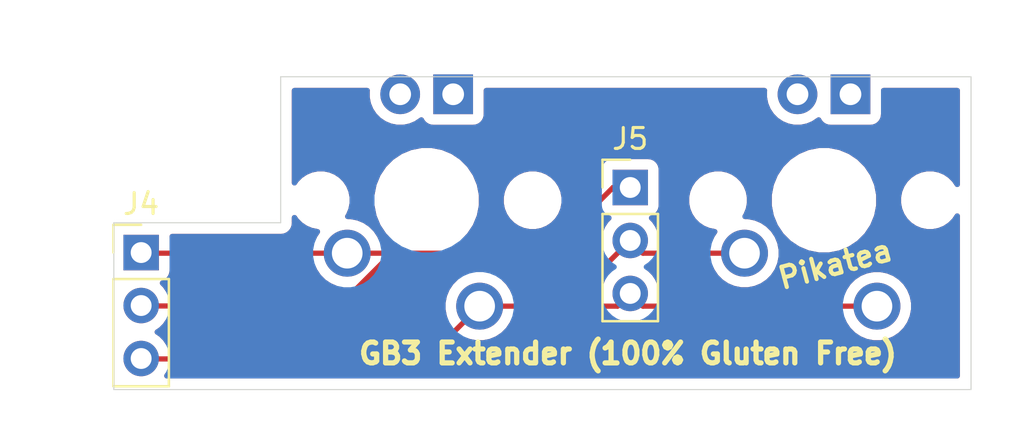
<source format=kicad_pcb>
(kicad_pcb (version 20171130) (host pcbnew "(5.1.6)-1")

  (general
    (thickness 1.6)
    (drawings 8)
    (tracks 17)
    (zones 0)
    (modules 4)
    (nets 7)
  )

  (page A4)
  (layers
    (0 F.Cu signal)
    (31 B.Cu signal)
    (32 B.Adhes user)
    (33 F.Adhes user)
    (34 B.Paste user)
    (35 F.Paste user)
    (36 B.SilkS user)
    (37 F.SilkS user)
    (38 B.Mask user)
    (39 F.Mask user)
    (40 Dwgs.User user)
    (41 Cmts.User user)
    (42 Eco1.User user)
    (43 Eco2.User user)
    (44 Edge.Cuts user)
    (45 Margin user)
    (46 B.CrtYd user)
    (47 F.CrtYd user)
    (48 B.Fab user)
    (49 F.Fab user)
  )

  (setup
    (last_trace_width 0.25)
    (trace_clearance 0.2)
    (zone_clearance 0.508)
    (zone_45_only no)
    (trace_min 0.2)
    (via_size 0.8)
    (via_drill 0.4)
    (via_min_size 0.4)
    (via_min_drill 0.3)
    (uvia_size 0.3)
    (uvia_drill 0.1)
    (uvias_allowed no)
    (uvia_min_size 0.2)
    (uvia_min_drill 0.1)
    (edge_width 0.05)
    (segment_width 0.2)
    (pcb_text_width 0.3)
    (pcb_text_size 1.5 1.5)
    (mod_edge_width 0.12)
    (mod_text_size 1 1)
    (mod_text_width 0.15)
    (pad_size 4 4)
    (pad_drill 4)
    (pad_to_mask_clearance 0.05)
    (aux_axis_origin 0 0)
    (visible_elements 7FFFFFFF)
    (pcbplotparams
      (layerselection 0x010fc_ffffffff)
      (usegerberextensions false)
      (usegerberattributes true)
      (usegerberadvancedattributes true)
      (creategerberjobfile true)
      (excludeedgelayer true)
      (linewidth 0.100000)
      (plotframeref false)
      (viasonmask false)
      (mode 1)
      (useauxorigin false)
      (hpglpennumber 1)
      (hpglpenspeed 20)
      (hpglpendiameter 15.000000)
      (psnegative false)
      (psa4output false)
      (plotreference true)
      (plotvalue true)
      (plotinvisibletext false)
      (padsonsilk false)
      (subtractmaskfromsilk false)
      (outputformat 1)
      (mirror false)
      (drillshape 0)
      (scaleselection 1)
      (outputdirectory "Gerbers"))
  )

  (net 0 "")
  (net 1 /A0)
  (net 2 /D6)
  (net 3 /D8)
  (net 4 "Net-(MX4-Pad3)")
  (net 5 "Net-(MX5-Pad3)")
  (net 6 "Net-(MX4-Pad4)")

  (net_class Default "This is the default net class."
    (clearance 0.2)
    (trace_width 0.25)
    (via_dia 0.8)
    (via_drill 0.4)
    (uvia_dia 0.3)
    (uvia_drill 0.1)
    (add_net /A0)
    (add_net /D6)
    (add_net /D8)
    (add_net "Net-(MX4-Pad3)")
    (add_net "Net-(MX4-Pad4)")
    (add_net "Net-(MX5-Pad3)")
  )

  (module Connector_PinHeader_2.54mm:PinHeader_1x03_P2.54mm_Vertical (layer F.Cu) (tedit 59FED5CC) (tstamp 613BAA24)
    (at 174.31 107.43)
    (descr "Through hole straight pin header, 1x03, 2.54mm pitch, single row")
    (tags "Through hole pin header THT 1x03 2.54mm single row")
    (path /601A4B28)
    (fp_text reference J4 (at 0 -2.33) (layer F.SilkS)
      (effects (font (size 1 1) (thickness 0.15)))
    )
    (fp_text value Conn_01x03_Male (at 0 7.41) (layer F.Fab)
      (effects (font (size 1 1) (thickness 0.15)))
    )
    (fp_text user %R (at 0 2.54 90) (layer F.Fab)
      (effects (font (size 1 1) (thickness 0.15)))
    )
    (fp_line (start -0.635 -1.27) (end 1.27 -1.27) (layer F.Fab) (width 0.1))
    (fp_line (start 1.27 -1.27) (end 1.27 6.35) (layer F.Fab) (width 0.1))
    (fp_line (start 1.27 6.35) (end -1.27 6.35) (layer F.Fab) (width 0.1))
    (fp_line (start -1.27 6.35) (end -1.27 -0.635) (layer F.Fab) (width 0.1))
    (fp_line (start -1.27 -0.635) (end -0.635 -1.27) (layer F.Fab) (width 0.1))
    (fp_line (start -1.33 6.41) (end 1.33 6.41) (layer F.SilkS) (width 0.12))
    (fp_line (start -1.33 1.27) (end -1.33 6.41) (layer F.SilkS) (width 0.12))
    (fp_line (start 1.33 1.27) (end 1.33 6.41) (layer F.SilkS) (width 0.12))
    (fp_line (start -1.33 1.27) (end 1.33 1.27) (layer F.SilkS) (width 0.12))
    (fp_line (start -1.33 0) (end -1.33 -1.33) (layer F.SilkS) (width 0.12))
    (fp_line (start -1.33 -1.33) (end 0 -1.33) (layer F.SilkS) (width 0.12))
    (fp_line (start -1.8 -1.8) (end -1.8 6.85) (layer F.CrtYd) (width 0.05))
    (fp_line (start -1.8 6.85) (end 1.8 6.85) (layer F.CrtYd) (width 0.05))
    (fp_line (start 1.8 6.85) (end 1.8 -1.8) (layer F.CrtYd) (width 0.05))
    (fp_line (start 1.8 -1.8) (end -1.8 -1.8) (layer F.CrtYd) (width 0.05))
    (pad 3 thru_hole oval (at 0 5.08) (size 1.7 1.7) (drill 1) (layers *.Cu *.Mask)
      (net 1 /A0))
    (pad 2 thru_hole oval (at 0 2.54) (size 1.7 1.7) (drill 1) (layers *.Cu *.Mask)
      (net 2 /D6))
    (pad 1 thru_hole rect (at 0 0) (size 1.7 1.7) (drill 1) (layers *.Cu *.Mask)
      (net 3 /D8))
    (model ${KISYS3DMOD}/Connector_PinHeader_2.54mm.3dshapes/PinHeader_1x03_P2.54mm_Vertical.wrl
      (at (xyz 0 0 0))
      (scale (xyz 1 1 1))
      (rotate (xyz 0 0 0))
    )
  )

  (module MX_Only:MXOnly-1U locked (layer B.Cu) (tedit 5AC9901D) (tstamp 605AF270)
    (at 207.05 104.92)
    (path /605EA87D)
    (fp_text reference MX5 (at 0 -3.175) (layer Dwgs.User)
      (effects (font (size 1 1) (thickness 0.15)))
    )
    (fp_text value MX-LED (at 0 7.9375) (layer Dwgs.User)
      (effects (font (size 1 1) (thickness 0.15)))
    )
    (fp_line (start -9.525 -9.525) (end -9.525 9.525) (layer Dwgs.User) (width 0.15))
    (fp_line (start 9.525 -9.525) (end -9.525 -9.525) (layer Dwgs.User) (width 0.15))
    (fp_line (start 9.525 9.525) (end 9.525 -9.525) (layer Dwgs.User) (width 0.15))
    (fp_line (start -9.525 9.525) (end 9.525 9.525) (layer Dwgs.User) (width 0.15))
    (fp_line (start -7 7) (end -7 5) (layer Dwgs.User) (width 0.15))
    (fp_line (start -5 7) (end -7 7) (layer Dwgs.User) (width 0.15))
    (fp_line (start -7 -7) (end -5 -7) (layer Dwgs.User) (width 0.15))
    (fp_line (start -7 -5) (end -7 -7) (layer Dwgs.User) (width 0.15))
    (fp_line (start 7 -7) (end 7 -5) (layer Dwgs.User) (width 0.15))
    (fp_line (start 5 -7) (end 7 -7) (layer Dwgs.User) (width 0.15))
    (fp_line (start 7 7) (end 7 5) (layer Dwgs.User) (width 0.15))
    (fp_line (start 5 7) (end 7 7) (layer Dwgs.User) (width 0.15))
    (pad "" np_thru_hole circle (at 5.08 0 311.9004) (size 1.75 1.75) (drill 1.75) (layers *.Cu *.Mask))
    (pad "" np_thru_hole circle (at -5.08 0 311.9004) (size 1.75 1.75) (drill 1.75) (layers *.Cu *.Mask))
    (pad 4 thru_hole rect (at 1.27 -5.08) (size 1.905 1.905) (drill 1.04) (layers *.Cu F.Mask)
      (net 6 "Net-(MX4-Pad4)"))
    (pad 3 thru_hole circle (at -1.27 -5.08) (size 1.905 1.905) (drill 1.04) (layers *.Cu F.Mask)
      (net 5 "Net-(MX5-Pad3)"))
    (pad 1 thru_hole circle (at -3.81 2.54) (size 2.25 2.25) (drill 1.47) (layers *.Cu F.Mask)
      (net 2 /D6))
    (pad "" np_thru_hole circle (at 0 0) (size 3.9878 3.9878) (drill 3.9878) (layers *.Cu *.Mask))
    (pad 2 thru_hole circle (at 2.54 5.08) (size 2.25 2.25) (drill 1.47) (layers *.Cu F.Mask)
      (net 1 /A0))
  )

  (module MX_Only:MXOnly-1U locked (layer B.Cu) (tedit 5AC9901D) (tstamp 605AF259)
    (at 188 104.92)
    (path /605EA2A5)
    (fp_text reference MX4 (at 0 -3.175) (layer Dwgs.User)
      (effects (font (size 1 1) (thickness 0.15)))
    )
    (fp_text value MX-LED (at 0 7.9375) (layer Dwgs.User)
      (effects (font (size 1 1) (thickness 0.15)))
    )
    (fp_line (start -9.525 -9.525) (end -9.525 9.525) (layer Dwgs.User) (width 0.15))
    (fp_line (start 9.525 -9.525) (end -9.525 -9.525) (layer Dwgs.User) (width 0.15))
    (fp_line (start 9.525 9.525) (end 9.525 -9.525) (layer Dwgs.User) (width 0.15))
    (fp_line (start -9.525 9.525) (end 9.525 9.525) (layer Dwgs.User) (width 0.15))
    (fp_line (start -7 7) (end -7 5) (layer Dwgs.User) (width 0.15))
    (fp_line (start -5 7) (end -7 7) (layer Dwgs.User) (width 0.15))
    (fp_line (start -7 -7) (end -5 -7) (layer Dwgs.User) (width 0.15))
    (fp_line (start -7 -5) (end -7 -7) (layer Dwgs.User) (width 0.15))
    (fp_line (start 7 -7) (end 7 -5) (layer Dwgs.User) (width 0.15))
    (fp_line (start 5 -7) (end 7 -7) (layer Dwgs.User) (width 0.15))
    (fp_line (start 7 7) (end 7 5) (layer Dwgs.User) (width 0.15))
    (fp_line (start 5 7) (end 7 7) (layer Dwgs.User) (width 0.15))
    (pad "" np_thru_hole circle (at 5.08 0 311.9004) (size 1.75 1.75) (drill 1.75) (layers *.Cu *.Mask))
    (pad "" np_thru_hole circle (at -5.08 0 311.9004) (size 1.75 1.75) (drill 1.75) (layers *.Cu *.Mask))
    (pad 4 thru_hole rect (at 1.27 -5.08) (size 1.905 1.905) (drill 1.04) (layers *.Cu F.Mask)
      (net 6 "Net-(MX4-Pad4)"))
    (pad 3 thru_hole circle (at -1.27 -5.08) (size 1.905 1.905) (drill 1.04) (layers *.Cu F.Mask)
      (net 4 "Net-(MX4-Pad3)"))
    (pad 1 thru_hole circle (at -3.81 2.54) (size 2.25 2.25) (drill 1.47) (layers *.Cu F.Mask)
      (net 3 /D8))
    (pad "" np_thru_hole circle (at 0 0) (size 3.9878 3.9878) (drill 3.9878) (layers *.Cu *.Mask))
    (pad 2 thru_hole circle (at 2.54 5.08) (size 2.25 2.25) (drill 1.47) (layers *.Cu F.Mask)
      (net 1 /A0))
  )

  (module Connector_PinHeader_2.54mm:PinHeader_1x03_P2.54mm_Vertical (layer F.Cu) (tedit 59FED5CC) (tstamp 600A856D)
    (at 197.76 104.31)
    (descr "Through hole straight pin header, 1x03, 2.54mm pitch, single row")
    (tags "Through hole pin header THT 1x03 2.54mm single row")
    (path /601F09E4)
    (fp_text reference J5 (at 0 -2.33) (layer F.SilkS)
      (effects (font (size 1 1) (thickness 0.15)))
    )
    (fp_text value Conn_01x03_Male (at 0 7.41) (layer F.Fab)
      (effects (font (size 1 1) (thickness 0.15)))
    )
    (fp_line (start -0.635 -1.27) (end 1.27 -1.27) (layer F.Fab) (width 0.1))
    (fp_line (start 1.27 -1.27) (end 1.27 6.35) (layer F.Fab) (width 0.1))
    (fp_line (start 1.27 6.35) (end -1.27 6.35) (layer F.Fab) (width 0.1))
    (fp_line (start -1.27 6.35) (end -1.27 -0.635) (layer F.Fab) (width 0.1))
    (fp_line (start -1.27 -0.635) (end -0.635 -1.27) (layer F.Fab) (width 0.1))
    (fp_line (start -1.33 6.41) (end 1.33 6.41) (layer F.SilkS) (width 0.12))
    (fp_line (start -1.33 1.27) (end -1.33 6.41) (layer F.SilkS) (width 0.12))
    (fp_line (start 1.33 1.27) (end 1.33 6.41) (layer F.SilkS) (width 0.12))
    (fp_line (start -1.33 1.27) (end 1.33 1.27) (layer F.SilkS) (width 0.12))
    (fp_line (start -1.33 0) (end -1.33 -1.33) (layer F.SilkS) (width 0.12))
    (fp_line (start -1.33 -1.33) (end 0 -1.33) (layer F.SilkS) (width 0.12))
    (fp_line (start -1.8 -1.8) (end -1.8 6.85) (layer F.CrtYd) (width 0.05))
    (fp_line (start -1.8 6.85) (end 1.8 6.85) (layer F.CrtYd) (width 0.05))
    (fp_line (start 1.8 6.85) (end 1.8 -1.8) (layer F.CrtYd) (width 0.05))
    (fp_line (start 1.8 -1.8) (end -1.8 -1.8) (layer F.CrtYd) (width 0.05))
    (fp_text user %R (at 0 2.54 90) (layer F.Fab)
      (effects (font (size 1 1) (thickness 0.15)))
    )
    (pad 3 thru_hole oval (at 0 5.08) (size 1.7 1.7) (drill 1) (layers *.Cu *.Mask)
      (net 1 /A0))
    (pad 2 thru_hole oval (at 0 2.54) (size 1.7 1.7) (drill 1) (layers *.Cu *.Mask)
      (net 2 /D6))
    (pad 1 thru_hole rect (at 0 0) (size 1.7 1.7) (drill 1) (layers *.Cu *.Mask)
      (net 3 /D8))
    (model ${KISYS3DMOD}/Connector_PinHeader_2.54mm.3dshapes/PinHeader_1x03_P2.54mm_Vertical.wrl
      (at (xyz 0 0 0))
      (scale (xyz 1 1 1))
      (rotate (xyz 0 0 0))
    )
  )

  (gr_line (start 181 106) (end 173 106) (layer Edge.Cuts) (width 0.05) (tstamp 613B9C57))
  (gr_line (start 173 114) (end 173 106) (layer Edge.Cuts) (width 0.05))
  (gr_text Pikatea (at 207.59 107.99 15) (layer F.SilkS)
    (effects (font (size 1 1) (thickness 0.2)))
  )
  (gr_text "GB3 Extender (100% Gluten Free)" (at 197.65 112.27) (layer F.SilkS)
    (effects (font (size 1 1) (thickness 0.25)))
  )
  (gr_line (start 181 99) (end 181 106) (layer Edge.Cuts) (width 0.05))
  (gr_line (start 181 99) (end 214.1 99) (layer Edge.Cuts) (width 0.05))
  (gr_line (start 214.1 114) (end 173 114) (layer Edge.Cuts) (width 0.05) (tstamp 600A176B))
  (gr_line (start 214.1 114) (end 214.1 99) (layer Edge.Cuts) (width 0.05))

  (segment (start 198.37 110) (end 197.76 109.39) (width 0.25) (layer F.Cu) (net 1) (status 20))
  (segment (start 209.59 110) (end 198.37 110) (width 0.25) (layer F.Cu) (net 1) (status 10))
  (segment (start 197.15 110) (end 197.76 109.39) (width 0.25) (layer F.Cu) (net 1) (status 20))
  (segment (start 190.54 110) (end 197.15 110) (width 0.25) (layer F.Cu) (net 1) (status 10))
  (segment (start 188.01 112.53) (end 174.49 112.53) (width 0.25) (layer F.Cu) (net 1))
  (segment (start 190.54 110) (end 188.01 112.53) (width 0.25) (layer F.Cu) (net 1))
  (segment (start 198.37 107.46) (end 197.76 106.85) (width 0.25) (layer F.Cu) (net 2) (status 20))
  (segment (start 203.24 107.46) (end 198.37 107.46) (width 0.25) (layer F.Cu) (net 2) (status 10))
  (segment (start 197.76 106.85) (end 196.69999 107.91001) (width 0.25) (layer F.Cu) (net 2))
  (segment (start 183.806002 109.99) (end 174.49 109.99) (width 0.25) (layer F.Cu) (net 2))
  (segment (start 185.885992 107.91001) (end 183.806002 109.99) (width 0.25) (layer F.Cu) (net 2))
  (segment (start 196.69999 107.91001) (end 185.885992 107.91001) (width 0.25) (layer F.Cu) (net 2))
  (segment (start 184.19 107.46) (end 193.784 107.46) (width 0.25) (layer F.Cu) (net 3) (status 10))
  (segment (start 196.934 104.31) (end 197.76 104.31) (width 0.25) (layer F.Cu) (net 3) (status 30))
  (segment (start 193.784 107.46) (end 196.934 104.31) (width 0.25) (layer F.Cu) (net 3) (status 20))
  (segment (start 174.5 107.46) (end 174.49 107.45) (width 0.25) (layer F.Cu) (net 3))
  (segment (start 184.19 107.46) (end 174.5 107.46) (width 0.25) (layer F.Cu) (net 3))

  (zone (net 0) (net_name "") (layer F.Cu) (tstamp 0) (hatch edge 0.508)
    (connect_pads (clearance 0.508))
    (min_thickness 0.254)
    (fill yes (arc_segments 32) (thermal_gap 0.508) (thermal_bridge_width 0.508))
    (polygon
      (pts
        (xy 214.82 115.46) (xy 169.985 116.19) (xy 170.055 97.61) (xy 215.48 97.17)
      )
    )
    (filled_polygon
      (pts
        (xy 185.1425 99.683645) (xy 185.1425 99.996355) (xy 185.203507 100.303057) (xy 185.323176 100.591963) (xy 185.496908 100.851972)
        (xy 185.718028 101.073092) (xy 185.978037 101.246824) (xy 186.266943 101.366493) (xy 186.573645 101.4275) (xy 186.886355 101.4275)
        (xy 187.193057 101.366493) (xy 187.481963 101.246824) (xy 187.741972 101.073092) (xy 187.745549 101.069515) (xy 187.786963 101.146994)
        (xy 187.866315 101.243685) (xy 187.963006 101.323037) (xy 188.07332 101.382002) (xy 188.193018 101.418312) (xy 188.3175 101.430572)
        (xy 190.2225 101.430572) (xy 190.346982 101.418312) (xy 190.46668 101.382002) (xy 190.576994 101.323037) (xy 190.673685 101.243685)
        (xy 190.753037 101.146994) (xy 190.812002 101.03668) (xy 190.848312 100.916982) (xy 190.860572 100.7925) (xy 190.860572 99.66)
        (xy 204.197203 99.66) (xy 204.1925 99.683645) (xy 204.1925 99.996355) (xy 204.253507 100.303057) (xy 204.373176 100.591963)
        (xy 204.546908 100.851972) (xy 204.768028 101.073092) (xy 205.028037 101.246824) (xy 205.316943 101.366493) (xy 205.623645 101.4275)
        (xy 205.936355 101.4275) (xy 206.243057 101.366493) (xy 206.531963 101.246824) (xy 206.791972 101.073092) (xy 206.795549 101.069515)
        (xy 206.836963 101.146994) (xy 206.916315 101.243685) (xy 207.013006 101.323037) (xy 207.12332 101.382002) (xy 207.243018 101.418312)
        (xy 207.3675 101.430572) (xy 209.2725 101.430572) (xy 209.396982 101.418312) (xy 209.51668 101.382002) (xy 209.626994 101.323037)
        (xy 209.723685 101.243685) (xy 209.803037 101.146994) (xy 209.862002 101.03668) (xy 209.898312 100.916982) (xy 209.910572 100.7925)
        (xy 209.910572 99.66) (xy 213.440001 99.66) (xy 213.440001 104.162627) (xy 213.302893 103.957431) (xy 213.092569 103.747107)
        (xy 212.845253 103.581856) (xy 212.570451 103.468029) (xy 212.278722 103.41) (xy 211.981278 103.41) (xy 211.689549 103.468029)
        (xy 211.414747 103.581856) (xy 211.167431 103.747107) (xy 210.957107 103.957431) (xy 210.791856 104.204747) (xy 210.678029 104.479549)
        (xy 210.62 104.771278) (xy 210.62 105.068722) (xy 210.678029 105.360451) (xy 210.791856 105.635253) (xy 210.957107 105.882569)
        (xy 211.167431 106.092893) (xy 211.414747 106.258144) (xy 211.689549 106.371971) (xy 211.981278 106.43) (xy 212.278722 106.43)
        (xy 212.570451 106.371971) (xy 212.845253 106.258144) (xy 213.092569 106.092893) (xy 213.302893 105.882569) (xy 213.440001 105.677373)
        (xy 213.44 113.34) (xy 175.541406 113.34) (xy 175.574815 113.29) (xy 187.972678 113.29) (xy 188.01 113.293676)
        (xy 188.047322 113.29) (xy 188.047333 113.29) (xy 188.158986 113.279003) (xy 188.302247 113.235546) (xy 188.434276 113.164974)
        (xy 188.550001 113.070001) (xy 188.573804 113.040997) (xy 189.952954 111.661848) (xy 190.026627 111.692364) (xy 190.366655 111.76)
        (xy 190.713345 111.76) (xy 191.053373 111.692364) (xy 191.373673 111.559692) (xy 191.661935 111.367081) (xy 191.907081 111.121935)
        (xy 192.099692 110.833673) (xy 192.130208 110.76) (xy 197.112678 110.76) (xy 197.15 110.763676) (xy 197.187047 110.760027)
        (xy 197.326842 110.817932) (xy 197.61374 110.875) (xy 197.90626 110.875) (xy 198.193158 110.817932) (xy 198.332953 110.760027)
        (xy 198.369999 110.763676) (xy 198.407322 110.76) (xy 207.999792 110.76) (xy 208.030308 110.833673) (xy 208.222919 111.121935)
        (xy 208.468065 111.367081) (xy 208.756327 111.559692) (xy 209.076627 111.692364) (xy 209.416655 111.76) (xy 209.763345 111.76)
        (xy 210.103373 111.692364) (xy 210.423673 111.559692) (xy 210.711935 111.367081) (xy 210.957081 111.121935) (xy 211.149692 110.833673)
        (xy 211.282364 110.513373) (xy 211.35 110.173345) (xy 211.35 109.826655) (xy 211.282364 109.486627) (xy 211.149692 109.166327)
        (xy 210.957081 108.878065) (xy 210.711935 108.632919) (xy 210.423673 108.440308) (xy 210.103373 108.307636) (xy 209.763345 108.24)
        (xy 209.416655 108.24) (xy 209.076627 108.307636) (xy 208.756327 108.440308) (xy 208.468065 108.632919) (xy 208.222919 108.878065)
        (xy 208.030308 109.166327) (xy 207.999792 109.24) (xy 199.244256 109.24) (xy 199.187932 108.956842) (xy 199.07599 108.686589)
        (xy 198.913475 108.443368) (xy 198.706632 108.236525) (xy 198.681901 108.22) (xy 201.649792 108.22) (xy 201.680308 108.293673)
        (xy 201.872919 108.581935) (xy 202.118065 108.827081) (xy 202.406327 109.019692) (xy 202.726627 109.152364) (xy 203.066655 109.22)
        (xy 203.413345 109.22) (xy 203.753373 109.152364) (xy 204.073673 109.019692) (xy 204.361935 108.827081) (xy 204.607081 108.581935)
        (xy 204.799692 108.293673) (xy 204.932364 107.973373) (xy 205 107.633345) (xy 205 107.286655) (xy 204.932364 106.946627)
        (xy 204.799692 106.626327) (xy 204.607081 106.338065) (xy 204.361935 106.092919) (xy 204.073673 105.900308) (xy 203.753373 105.767636)
        (xy 203.413345 105.7) (xy 203.264882 105.7) (xy 203.308144 105.635253) (xy 203.421971 105.360451) (xy 203.48 105.068722)
        (xy 203.48 104.771278) (xy 203.45808 104.661076) (xy 204.4211 104.661076) (xy 204.4211 105.178924) (xy 204.522127 105.686822)
        (xy 204.720299 106.165251) (xy 205.008 106.595826) (xy 205.374174 106.962) (xy 205.804749 107.249701) (xy 206.283178 107.447873)
        (xy 206.791076 107.5489) (xy 207.308924 107.5489) (xy 207.816822 107.447873) (xy 208.295251 107.249701) (xy 208.725826 106.962)
        (xy 209.092 106.595826) (xy 209.379701 106.165251) (xy 209.577873 105.686822) (xy 209.6789 105.178924) (xy 209.6789 104.661076)
        (xy 209.577873 104.153178) (xy 209.379701 103.674749) (xy 209.092 103.244174) (xy 208.725826 102.878) (xy 208.295251 102.590299)
        (xy 207.816822 102.392127) (xy 207.308924 102.2911) (xy 206.791076 102.2911) (xy 206.283178 102.392127) (xy 205.804749 102.590299)
        (xy 205.374174 102.878) (xy 205.008 103.244174) (xy 204.720299 103.674749) (xy 204.522127 104.153178) (xy 204.4211 104.661076)
        (xy 203.45808 104.661076) (xy 203.421971 104.479549) (xy 203.308144 104.204747) (xy 203.142893 103.957431) (xy 202.932569 103.747107)
        (xy 202.685253 103.581856) (xy 202.410451 103.468029) (xy 202.118722 103.41) (xy 201.821278 103.41) (xy 201.529549 103.468029)
        (xy 201.254747 103.581856) (xy 201.007431 103.747107) (xy 200.797107 103.957431) (xy 200.631856 104.204747) (xy 200.518029 104.479549)
        (xy 200.46 104.771278) (xy 200.46 105.068722) (xy 200.518029 105.360451) (xy 200.631856 105.635253) (xy 200.797107 105.882569)
        (xy 201.007431 106.092893) (xy 201.254747 106.258144) (xy 201.529549 106.371971) (xy 201.812638 106.428281) (xy 201.680308 106.626327)
        (xy 201.649792 106.7) (xy 199.244256 106.7) (xy 199.187932 106.416842) (xy 199.07599 106.146589) (xy 198.913475 105.903368)
        (xy 198.78162 105.771513) (xy 198.85418 105.749502) (xy 198.964494 105.690537) (xy 199.061185 105.611185) (xy 199.140537 105.514494)
        (xy 199.199502 105.40418) (xy 199.235812 105.284482) (xy 199.248072 105.16) (xy 199.248072 103.46) (xy 199.235812 103.335518)
        (xy 199.199502 103.21582) (xy 199.140537 103.105506) (xy 199.061185 103.008815) (xy 198.964494 102.929463) (xy 198.85418 102.870498)
        (xy 198.734482 102.834188) (xy 198.61 102.821928) (xy 196.91 102.821928) (xy 196.785518 102.834188) (xy 196.66582 102.870498)
        (xy 196.555506 102.929463) (xy 196.458815 103.008815) (xy 196.379463 103.105506) (xy 196.320498 103.21582) (xy 196.284188 103.335518)
        (xy 196.271928 103.46) (xy 196.271928 103.89727) (xy 193.469199 106.7) (xy 189.937826 106.7) (xy 190.042 106.595826)
        (xy 190.329701 106.165251) (xy 190.527873 105.686822) (xy 190.6289 105.178924) (xy 190.6289 104.771278) (xy 191.57 104.771278)
        (xy 191.57 105.068722) (xy 191.628029 105.360451) (xy 191.741856 105.635253) (xy 191.907107 105.882569) (xy 192.117431 106.092893)
        (xy 192.364747 106.258144) (xy 192.639549 106.371971) (xy 192.931278 106.43) (xy 193.228722 106.43) (xy 193.520451 106.371971)
        (xy 193.795253 106.258144) (xy 194.042569 106.092893) (xy 194.252893 105.882569) (xy 194.418144 105.635253) (xy 194.531971 105.360451)
        (xy 194.59 105.068722) (xy 194.59 104.771278) (xy 194.531971 104.479549) (xy 194.418144 104.204747) (xy 194.252893 103.957431)
        (xy 194.042569 103.747107) (xy 193.795253 103.581856) (xy 193.520451 103.468029) (xy 193.228722 103.41) (xy 192.931278 103.41)
        (xy 192.639549 103.468029) (xy 192.364747 103.581856) (xy 192.117431 103.747107) (xy 191.907107 103.957431) (xy 191.741856 104.204747)
        (xy 191.628029 104.479549) (xy 191.57 104.771278) (xy 190.6289 104.771278) (xy 190.6289 104.661076) (xy 190.527873 104.153178)
        (xy 190.329701 103.674749) (xy 190.042 103.244174) (xy 189.675826 102.878) (xy 189.245251 102.590299) (xy 188.766822 102.392127)
        (xy 188.258924 102.2911) (xy 187.741076 102.2911) (xy 187.233178 102.392127) (xy 186.754749 102.590299) (xy 186.324174 102.878)
        (xy 185.958 103.244174) (xy 185.670299 103.674749) (xy 185.472127 104.153178) (xy 185.3711 104.661076) (xy 185.3711 105.178924)
        (xy 185.472127 105.686822) (xy 185.670299 106.165251) (xy 185.958 106.595826) (xy 186.062174 106.7) (xy 185.780208 106.7)
        (xy 185.749692 106.626327) (xy 185.557081 106.338065) (xy 185.311935 106.092919) (xy 185.023673 105.900308) (xy 184.703373 105.767636)
        (xy 184.363345 105.7) (xy 184.214882 105.7) (xy 184.258144 105.635253) (xy 184.371971 105.360451) (xy 184.43 105.068722)
        (xy 184.43 104.771278) (xy 184.371971 104.479549) (xy 184.258144 104.204747) (xy 184.092893 103.957431) (xy 183.882569 103.747107)
        (xy 183.635253 103.581856) (xy 183.360451 103.468029) (xy 183.068722 103.41) (xy 182.771278 103.41) (xy 182.479549 103.468029)
        (xy 182.204747 103.581856) (xy 181.957431 103.747107) (xy 181.747107 103.957431) (xy 181.66 104.087796) (xy 181.66 99.66)
        (xy 185.147203 99.66)
      )
    )
    (filled_polygon
      (pts
        (xy 189.172919 108.878065) (xy 188.980308 109.166327) (xy 188.847636 109.486627) (xy 188.78 109.826655) (xy 188.78 110.173345)
        (xy 188.847636 110.513373) (xy 188.878152 110.587046) (xy 187.695199 111.77) (xy 175.601542 111.77) (xy 175.463475 111.563368)
        (xy 175.256632 111.356525) (xy 175.08224 111.24) (xy 175.256632 111.123475) (xy 175.463475 110.916632) (xy 175.574815 110.75)
        (xy 183.76868 110.75) (xy 183.806002 110.753676) (xy 183.843324 110.75) (xy 183.843335 110.75) (xy 183.954988 110.739003)
        (xy 184.098249 110.695546) (xy 184.230278 110.624974) (xy 184.346003 110.530001) (xy 184.369806 110.500997) (xy 186.200794 108.67001)
        (xy 189.380974 108.67001)
      )
    )
    (filled_polygon
      (pts
        (xy 196.44401 108.686589) (xy 196.332068 108.956842) (xy 196.275744 109.24) (xy 192.130208 109.24) (xy 192.099692 109.166327)
        (xy 191.907081 108.878065) (xy 191.699026 108.67001) (xy 196.455088 108.67001)
      )
    )
    (filled_polygon
      (pts
        (xy 182.630308 108.293673) (xy 182.822919 108.581935) (xy 183.068065 108.827081) (xy 183.356327 109.019692) (xy 183.600408 109.120793)
        (xy 183.491201 109.23) (xy 175.601542 109.23) (xy 175.463475 109.023368) (xy 175.33162 108.891513) (xy 175.40418 108.869502)
        (xy 175.514494 108.810537) (xy 175.611185 108.731185) (xy 175.690537 108.634494) (xy 175.749502 108.52418) (xy 175.785812 108.404482)
        (xy 175.798072 108.28) (xy 175.798072 108.22) (xy 182.599792 108.22)
      )
    )
    (filled_polygon
      (pts
        (xy 196.66582 105.749502) (xy 196.73838 105.771513) (xy 196.606525 105.903368) (xy 196.44401 106.146589) (xy 196.332068 106.416842)
        (xy 196.275 106.70374) (xy 196.275 106.99626) (xy 196.305583 107.15001) (xy 195.168791 107.15001) (xy 196.602921 105.715881)
      )
    )
    (filled_polygon
      (pts
        (xy 181.747107 105.882569) (xy 181.957431 106.092893) (xy 182.204747 106.258144) (xy 182.479549 106.371971) (xy 182.762638 106.428281)
        (xy 182.630308 106.626327) (xy 182.599792 106.7) (xy 175.798072 106.7) (xy 175.798072 106.66) (xy 180.967581 106.66)
        (xy 181 106.663193) (xy 181.032419 106.66) (xy 181.129383 106.65045) (xy 181.253793 106.61271) (xy 181.36845 106.551425)
        (xy 181.468948 106.468948) (xy 181.551425 106.36845) (xy 181.61271 106.253793) (xy 181.65045 106.129383) (xy 181.663193 106)
        (xy 181.66 105.967581) (xy 181.66 105.752204)
      )
    )
  )
  (zone (net 0) (net_name "") (layer B.Cu) (tstamp 0) (hatch edge 0.508)
    (connect_pads (clearance 0.508))
    (min_thickness 0.254)
    (fill yes (arc_segments 32) (thermal_gap 0.508) (thermal_bridge_width 0.508))
    (polygon
      (pts
        (xy 215.15 115.47) (xy 170.075 116.015) (xy 169.845 97.165) (xy 215.22 97.04)
      )
    )
    (filled_polygon
      (pts
        (xy 185.1425 99.683645) (xy 185.1425 99.996355) (xy 185.203507 100.303057) (xy 185.323176 100.591963) (xy 185.496908 100.851972)
        (xy 185.718028 101.073092) (xy 185.978037 101.246824) (xy 186.266943 101.366493) (xy 186.573645 101.4275) (xy 186.886355 101.4275)
        (xy 187.193057 101.366493) (xy 187.481963 101.246824) (xy 187.741972 101.073092) (xy 187.745549 101.069515) (xy 187.786963 101.146994)
        (xy 187.866315 101.243685) (xy 187.963006 101.323037) (xy 188.07332 101.382002) (xy 188.193018 101.418312) (xy 188.3175 101.430572)
        (xy 190.2225 101.430572) (xy 190.346982 101.418312) (xy 190.46668 101.382002) (xy 190.576994 101.323037) (xy 190.673685 101.243685)
        (xy 190.753037 101.146994) (xy 190.812002 101.03668) (xy 190.848312 100.916982) (xy 190.860572 100.7925) (xy 190.860572 99.66)
        (xy 204.197203 99.66) (xy 204.1925 99.683645) (xy 204.1925 99.996355) (xy 204.253507 100.303057) (xy 204.373176 100.591963)
        (xy 204.546908 100.851972) (xy 204.768028 101.073092) (xy 205.028037 101.246824) (xy 205.316943 101.366493) (xy 205.623645 101.4275)
        (xy 205.936355 101.4275) (xy 206.243057 101.366493) (xy 206.531963 101.246824) (xy 206.791972 101.073092) (xy 206.795549 101.069515)
        (xy 206.836963 101.146994) (xy 206.916315 101.243685) (xy 207.013006 101.323037) (xy 207.12332 101.382002) (xy 207.243018 101.418312)
        (xy 207.3675 101.430572) (xy 209.2725 101.430572) (xy 209.396982 101.418312) (xy 209.51668 101.382002) (xy 209.626994 101.323037)
        (xy 209.723685 101.243685) (xy 209.803037 101.146994) (xy 209.862002 101.03668) (xy 209.898312 100.916982) (xy 209.910572 100.7925)
        (xy 209.910572 99.66) (xy 213.440001 99.66) (xy 213.440001 104.162627) (xy 213.302893 103.957431) (xy 213.092569 103.747107)
        (xy 212.845253 103.581856) (xy 212.570451 103.468029) (xy 212.278722 103.41) (xy 211.981278 103.41) (xy 211.689549 103.468029)
        (xy 211.414747 103.581856) (xy 211.167431 103.747107) (xy 210.957107 103.957431) (xy 210.791856 104.204747) (xy 210.678029 104.479549)
        (xy 210.62 104.771278) (xy 210.62 105.068722) (xy 210.678029 105.360451) (xy 210.791856 105.635253) (xy 210.957107 105.882569)
        (xy 211.167431 106.092893) (xy 211.414747 106.258144) (xy 211.689549 106.371971) (xy 211.981278 106.43) (xy 212.278722 106.43)
        (xy 212.570451 106.371971) (xy 212.845253 106.258144) (xy 213.092569 106.092893) (xy 213.302893 105.882569) (xy 213.440001 105.677373)
        (xy 213.44 113.34) (xy 175.541406 113.34) (xy 175.62599 113.213411) (xy 175.737932 112.943158) (xy 175.795 112.65626)
        (xy 175.795 112.36374) (xy 175.737932 112.076842) (xy 175.62599 111.806589) (xy 175.463475 111.563368) (xy 175.256632 111.356525)
        (xy 175.08224 111.24) (xy 175.256632 111.123475) (xy 175.463475 110.916632) (xy 175.62599 110.673411) (xy 175.737932 110.403158)
        (xy 175.795 110.11626) (xy 175.795 109.826655) (xy 188.78 109.826655) (xy 188.78 110.173345) (xy 188.847636 110.513373)
        (xy 188.980308 110.833673) (xy 189.172919 111.121935) (xy 189.418065 111.367081) (xy 189.706327 111.559692) (xy 190.026627 111.692364)
        (xy 190.366655 111.76) (xy 190.713345 111.76) (xy 191.053373 111.692364) (xy 191.373673 111.559692) (xy 191.661935 111.367081)
        (xy 191.907081 111.121935) (xy 192.099692 110.833673) (xy 192.232364 110.513373) (xy 192.3 110.173345) (xy 192.3 109.826655)
        (xy 192.232364 109.486627) (xy 192.099692 109.166327) (xy 191.907081 108.878065) (xy 191.661935 108.632919) (xy 191.373673 108.440308)
        (xy 191.053373 108.307636) (xy 190.713345 108.24) (xy 190.366655 108.24) (xy 190.026627 108.307636) (xy 189.706327 108.440308)
        (xy 189.418065 108.632919) (xy 189.172919 108.878065) (xy 188.980308 109.166327) (xy 188.847636 109.486627) (xy 188.78 109.826655)
        (xy 175.795 109.826655) (xy 175.795 109.82374) (xy 175.737932 109.536842) (xy 175.62599 109.266589) (xy 175.463475 109.023368)
        (xy 175.33162 108.891513) (xy 175.40418 108.869502) (xy 175.514494 108.810537) (xy 175.611185 108.731185) (xy 175.690537 108.634494)
        (xy 175.749502 108.52418) (xy 175.785812 108.404482) (xy 175.798072 108.28) (xy 175.798072 106.66) (xy 180.967581 106.66)
        (xy 181 106.663193) (xy 181.032419 106.66) (xy 181.129383 106.65045) (xy 181.253793 106.61271) (xy 181.36845 106.551425)
        (xy 181.468948 106.468948) (xy 181.551425 106.36845) (xy 181.61271 106.253793) (xy 181.65045 106.129383) (xy 181.663193 106)
        (xy 181.66 105.967581) (xy 181.66 105.752204) (xy 181.747107 105.882569) (xy 181.957431 106.092893) (xy 182.204747 106.258144)
        (xy 182.479549 106.371971) (xy 182.762638 106.428281) (xy 182.630308 106.626327) (xy 182.497636 106.946627) (xy 182.43 107.286655)
        (xy 182.43 107.633345) (xy 182.497636 107.973373) (xy 182.630308 108.293673) (xy 182.822919 108.581935) (xy 183.068065 108.827081)
        (xy 183.356327 109.019692) (xy 183.676627 109.152364) (xy 184.016655 109.22) (xy 184.363345 109.22) (xy 184.703373 109.152364)
        (xy 185.023673 109.019692) (xy 185.311935 108.827081) (xy 185.557081 108.581935) (xy 185.749692 108.293673) (xy 185.882364 107.973373)
        (xy 185.95 107.633345) (xy 185.95 107.286655) (xy 185.882364 106.946627) (xy 185.749692 106.626327) (xy 185.557081 106.338065)
        (xy 185.311935 106.092919) (xy 185.023673 105.900308) (xy 184.703373 105.767636) (xy 184.363345 105.7) (xy 184.214882 105.7)
        (xy 184.258144 105.635253) (xy 184.371971 105.360451) (xy 184.43 105.068722) (xy 184.43 104.771278) (xy 184.40808 104.661076)
        (xy 185.3711 104.661076) (xy 185.3711 105.178924) (xy 185.472127 105.686822) (xy 185.670299 106.165251) (xy 185.958 106.595826)
        (xy 186.324174 106.962) (xy 186.754749 107.249701) (xy 187.233178 107.447873) (xy 187.741076 107.5489) (xy 188.258924 107.5489)
        (xy 188.766822 107.447873) (xy 189.245251 107.249701) (xy 189.675826 106.962) (xy 190.042 106.595826) (xy 190.329701 106.165251)
        (xy 190.527873 105.686822) (xy 190.6289 105.178924) (xy 190.6289 104.771278) (xy 191.57 104.771278) (xy 191.57 105.068722)
        (xy 191.628029 105.360451) (xy 191.741856 105.635253) (xy 191.907107 105.882569) (xy 192.117431 106.092893) (xy 192.364747 106.258144)
        (xy 192.639549 106.371971) (xy 192.931278 106.43) (xy 193.228722 106.43) (xy 193.520451 106.371971) (xy 193.795253 106.258144)
        (xy 194.042569 106.092893) (xy 194.252893 105.882569) (xy 194.418144 105.635253) (xy 194.531971 105.360451) (xy 194.59 105.068722)
        (xy 194.59 104.771278) (xy 194.531971 104.479549) (xy 194.418144 104.204747) (xy 194.252893 103.957431) (xy 194.042569 103.747107)
        (xy 193.795253 103.581856) (xy 193.520451 103.468029) (xy 193.480087 103.46) (xy 196.271928 103.46) (xy 196.271928 105.16)
        (xy 196.284188 105.284482) (xy 196.320498 105.40418) (xy 196.379463 105.514494) (xy 196.458815 105.611185) (xy 196.555506 105.690537)
        (xy 196.66582 105.749502) (xy 196.73838 105.771513) (xy 196.606525 105.903368) (xy 196.44401 106.146589) (xy 196.332068 106.416842)
        (xy 196.275 106.70374) (xy 196.275 106.99626) (xy 196.332068 107.283158) (xy 196.44401 107.553411) (xy 196.606525 107.796632)
        (xy 196.813368 108.003475) (xy 196.98776 108.12) (xy 196.813368 108.236525) (xy 196.606525 108.443368) (xy 196.44401 108.686589)
        (xy 196.332068 108.956842) (xy 196.275 109.24374) (xy 196.275 109.53626) (xy 196.332068 109.823158) (xy 196.44401 110.093411)
        (xy 196.606525 110.336632) (xy 196.813368 110.543475) (xy 197.056589 110.70599) (xy 197.326842 110.817932) (xy 197.61374 110.875)
        (xy 197.90626 110.875) (xy 198.193158 110.817932) (xy 198.463411 110.70599) (xy 198.706632 110.543475) (xy 198.913475 110.336632)
        (xy 199.07599 110.093411) (xy 199.186483 109.826655) (xy 207.83 109.826655) (xy 207.83 110.173345) (xy 207.897636 110.513373)
        (xy 208.030308 110.833673) (xy 208.222919 111.121935) (xy 208.468065 111.367081) (xy 208.756327 111.559692) (xy 209.076627 111.692364)
        (xy 209.416655 111.76) (xy 209.763345 111.76) (xy 210.103373 111.692364) (xy 210.423673 111.559692) (xy 210.711935 111.367081)
        (xy 210.957081 111.121935) (xy 211.149692 110.833673) (xy 211.282364 110.513373) (xy 211.35 110.173345) (xy 211.35 109.826655)
        (xy 211.282364 109.486627) (xy 211.149692 109.166327) (xy 210.957081 108.878065) (xy 210.711935 108.632919) (xy 210.423673 108.440308)
        (xy 210.103373 108.307636) (xy 209.763345 108.24) (xy 209.416655 108.24) (xy 209.076627 108.307636) (xy 208.756327 108.440308)
        (xy 208.468065 108.632919) (xy 208.222919 108.878065) (xy 208.030308 109.166327) (xy 207.897636 109.486627) (xy 207.83 109.826655)
        (xy 199.186483 109.826655) (xy 199.187932 109.823158) (xy 199.245 109.53626) (xy 199.245 109.24374) (xy 199.187932 108.956842)
        (xy 199.07599 108.686589) (xy 198.913475 108.443368) (xy 198.706632 108.236525) (xy 198.53224 108.12) (xy 198.706632 108.003475)
        (xy 198.913475 107.796632) (xy 199.07599 107.553411) (xy 199.187932 107.283158) (xy 199.245 106.99626) (xy 199.245 106.70374)
        (xy 199.187932 106.416842) (xy 199.07599 106.146589) (xy 198.913475 105.903368) (xy 198.78162 105.771513) (xy 198.85418 105.749502)
        (xy 198.964494 105.690537) (xy 199.061185 105.611185) (xy 199.140537 105.514494) (xy 199.199502 105.40418) (xy 199.235812 105.284482)
        (xy 199.248072 105.16) (xy 199.248072 104.771278) (xy 200.46 104.771278) (xy 200.46 105.068722) (xy 200.518029 105.360451)
        (xy 200.631856 105.635253) (xy 200.797107 105.882569) (xy 201.007431 106.092893) (xy 201.254747 106.258144) (xy 201.529549 106.371971)
        (xy 201.812638 106.428281) (xy 201.680308 106.626327) (xy 201.547636 106.946627) (xy 201.48 107.286655) (xy 201.48 107.633345)
        (xy 201.547636 107.973373) (xy 201.680308 108.293673) (xy 201.872919 108.581935) (xy 202.118065 108.827081) (xy 202.406327 109.019692)
        (xy 202.726627 109.152364) (xy 203.066655 109.22) (xy 203.413345 109.22) (xy 203.753373 109.152364) (xy 204.073673 109.019692)
        (xy 204.361935 108.827081) (xy 204.607081 108.581935) (xy 204.799692 108.293673) (xy 204.932364 107.973373) (xy 205 107.633345)
        (xy 205 107.286655) (xy 204.932364 106.946627) (xy 204.799692 106.626327) (xy 204.607081 106.338065) (xy 204.361935 106.092919)
        (xy 204.073673 105.900308) (xy 203.753373 105.767636) (xy 203.413345 105.7) (xy 203.264882 105.7) (xy 203.308144 105.635253)
        (xy 203.421971 105.360451) (xy 203.48 105.068722) (xy 203.48 104.771278) (xy 203.45808 104.661076) (xy 204.4211 104.661076)
        (xy 204.4211 105.178924) (xy 204.522127 105.686822) (xy 204.720299 106.165251) (xy 205.008 106.595826) (xy 205.374174 106.962)
        (xy 205.804749 107.249701) (xy 206.283178 107.447873) (xy 206.791076 107.5489) (xy 207.308924 107.5489) (xy 207.816822 107.447873)
        (xy 208.295251 107.249701) (xy 208.725826 106.962) (xy 209.092 106.595826) (xy 209.379701 106.165251) (xy 209.577873 105.686822)
        (xy 209.6789 105.178924) (xy 209.6789 104.661076) (xy 209.577873 104.153178) (xy 209.379701 103.674749) (xy 209.092 103.244174)
        (xy 208.725826 102.878) (xy 208.295251 102.590299) (xy 207.816822 102.392127) (xy 207.308924 102.2911) (xy 206.791076 102.2911)
        (xy 206.283178 102.392127) (xy 205.804749 102.590299) (xy 205.374174 102.878) (xy 205.008 103.244174) (xy 204.720299 103.674749)
        (xy 204.522127 104.153178) (xy 204.4211 104.661076) (xy 203.45808 104.661076) (xy 203.421971 104.479549) (xy 203.308144 104.204747)
        (xy 203.142893 103.957431) (xy 202.932569 103.747107) (xy 202.685253 103.581856) (xy 202.410451 103.468029) (xy 202.118722 103.41)
        (xy 201.821278 103.41) (xy 201.529549 103.468029) (xy 201.254747 103.581856) (xy 201.007431 103.747107) (xy 200.797107 103.957431)
        (xy 200.631856 104.204747) (xy 200.518029 104.479549) (xy 200.46 104.771278) (xy 199.248072 104.771278) (xy 199.248072 103.46)
        (xy 199.235812 103.335518) (xy 199.199502 103.21582) (xy 199.140537 103.105506) (xy 199.061185 103.008815) (xy 198.964494 102.929463)
        (xy 198.85418 102.870498) (xy 198.734482 102.834188) (xy 198.61 102.821928) (xy 196.91 102.821928) (xy 196.785518 102.834188)
        (xy 196.66582 102.870498) (xy 196.555506 102.929463) (xy 196.458815 103.008815) (xy 196.379463 103.105506) (xy 196.320498 103.21582)
        (xy 196.284188 103.335518) (xy 196.271928 103.46) (xy 193.480087 103.46) (xy 193.228722 103.41) (xy 192.931278 103.41)
        (xy 192.639549 103.468029) (xy 192.364747 103.581856) (xy 192.117431 103.747107) (xy 191.907107 103.957431) (xy 191.741856 104.204747)
        (xy 191.628029 104.479549) (xy 191.57 104.771278) (xy 190.6289 104.771278) (xy 190.6289 104.661076) (xy 190.527873 104.153178)
        (xy 190.329701 103.674749) (xy 190.042 103.244174) (xy 189.675826 102.878) (xy 189.245251 102.590299) (xy 188.766822 102.392127)
        (xy 188.258924 102.2911) (xy 187.741076 102.2911) (xy 187.233178 102.392127) (xy 186.754749 102.590299) (xy 186.324174 102.878)
        (xy 185.958 103.244174) (xy 185.670299 103.674749) (xy 185.472127 104.153178) (xy 185.3711 104.661076) (xy 184.40808 104.661076)
        (xy 184.371971 104.479549) (xy 184.258144 104.204747) (xy 184.092893 103.957431) (xy 183.882569 103.747107) (xy 183.635253 103.581856)
        (xy 183.360451 103.468029) (xy 183.068722 103.41) (xy 182.771278 103.41) (xy 182.479549 103.468029) (xy 182.204747 103.581856)
        (xy 181.957431 103.747107) (xy 181.747107 103.957431) (xy 181.66 104.087796) (xy 181.66 99.66) (xy 185.147203 99.66)
      )
    )
  )
)

</source>
